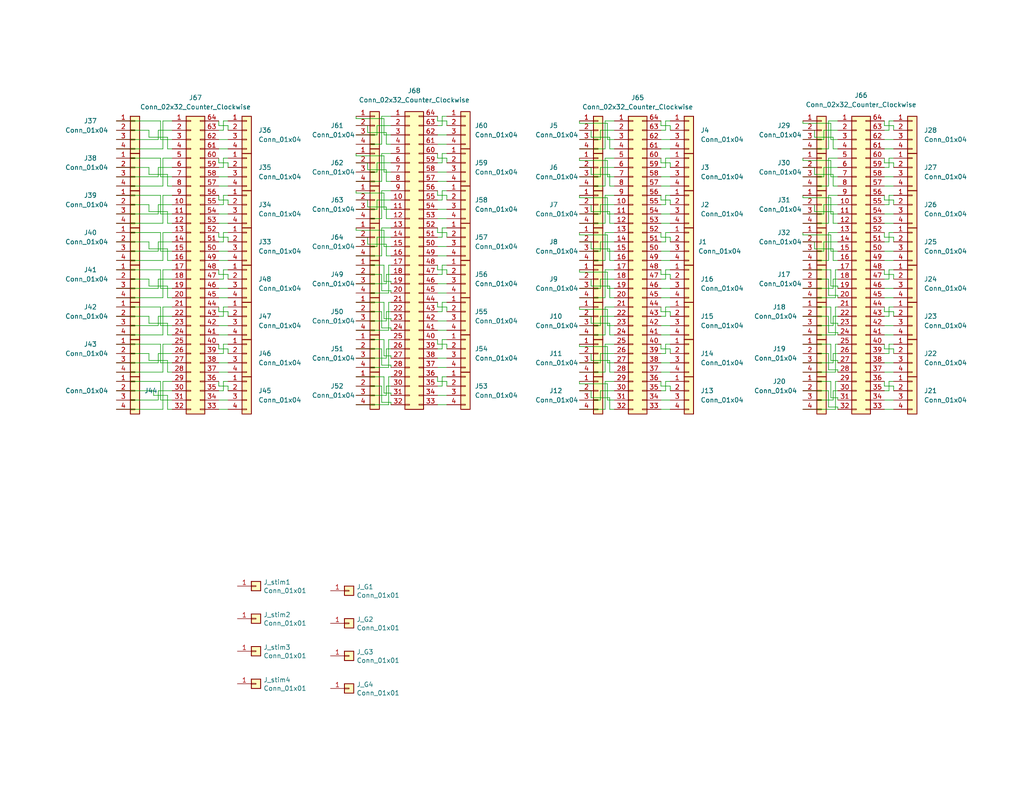
<source format=kicad_sch>
(kicad_sch (version 20230121) (generator eeschema)
  (paper "USLetter")
  (title_block (title "MEAboard_v1"))
  (wire (pts (xy 158.115 43.815) (xy 158.115 43.18)))
  (wire (pts (xy 104.775 97.155) (xy 106.68 97.155)))
  (wire (pts (xy 40.64 88.265) (xy 45.72 88.265)))
  (wire (pts (xy 158.115 86.36) (xy 161.29 86.36)))
  (wire (pts (xy 163.83 99.06) (xy 163.83 96.52)))
  (wire (pts (xy 43.18 35.56) (xy 46.99 35.56)))
  (wire (pts (xy 44.45 43.18) (xy 46.99 43.18)))
  (wire (pts (xy 227.33 60.96) (xy 228.6 60.96)))
  (wire (pts (xy 104.775 36.83) (xy 104.775 32.385)))
  (wire (pts (xy 243.84 74.93) (xy 243.84 76.2)))
  (wire (pts (xy 119.38 83.82) (xy 121.92 83.82)))
  (wire (pts (xy 180.34 105.41) (xy 182.88 105.41)))
  (wire (pts (xy 222.25 35.56) (xy 222.25 37.465)))
  (wire (pts (xy 180.34 93.98) (xy 180.34 95.25)))
  (wire (pts (xy 45.72 60.96) (xy 46.99 60.96)))
  (wire (pts (xy 121.92 73.66) (xy 121.92 74.93)))
  (wire (pts (xy 59.69 111.76) (xy 62.23 111.76)))
  (wire (pts (xy 180.34 68.58) (xy 182.88 68.58)))
  (wire (pts (xy 106.045 80.01) (xy 106.045 72.39)))
  (wire (pts (xy 226.06 33.02) (xy 228.6 33.02)))
  (wire (pts (xy 219.075 96.52) (xy 226.06 96.52)))
  (wire (pts (xy 226.695 53.975) (xy 219.075 53.975)))
  (wire (pts (xy 105.41 97.79) (xy 105.41 95.25)))
  (wire (pts (xy 219.075 109.22) (xy 227.33 109.22)))
  (wire (pts (xy 59.69 81.28) (xy 62.23 81.28)))
  (wire (pts (xy 219.075 43.815) (xy 219.075 43.18)))
  (wire (pts (xy 165.1 63.5) (xy 167.64 63.5)))
  (wire (pts (xy 104.14 79.375) (xy 106.68 79.375)))
  (wire (pts (xy 181.61 73.66) (xy 181.61 76.2)))
  (wire (pts (xy 46.99 58.42) (xy 43.815 58.42)))
  (wire (pts (xy 62.23 73.66) (xy 60.96 73.66)))
  (wire (pts (xy 45.72 98.425) (xy 45.72 101.6)))
  (wire (pts (xy 46.99 88.9) (xy 43.815 88.9)))
  (wire (pts (xy 97.155 72.39) (xy 104.775 72.39)))
  (wire (pts (xy 97.155 57.15) (xy 102.87 57.15)))
  (wire (pts (xy 165.1 33.02) (xy 167.64 33.02)))
  (wire (pts (xy 226.06 100.965) (xy 228.6 100.965)))
  (wire (pts (xy 219.075 81.28) (xy 227.965 81.28)))
  (wire (pts (xy 163.83 45.72) (xy 167.64 45.72)))
  (wire (pts (xy 166.37 40.64) (xy 167.64 40.64)))
  (wire (pts (xy 224.79 48.26) (xy 224.79 45.72)))
  (wire (pts (xy 97.155 95.25) (xy 104.14 95.25)))
  (wire (pts (xy 62.23 105.41) (xy 62.23 106.68)))
  (wire (pts (xy 43.18 68.58) (xy 43.18 66.04)))
  (wire (pts (xy 102.87 54.61) (xy 106.68 54.61)))
  (wire (pts (xy 158.115 53.975) (xy 158.115 53.34)))
  (wire (pts (xy 62.23 85.09) (xy 62.23 86.36)))
  (wire (pts (xy 219.075 78.74) (xy 227.33 78.74)))
  (wire (pts (xy 219.075 66.04) (xy 222.25 66.04)))
  (wire (pts (xy 241.3 91.44) (xy 243.84 91.44)))
  (wire (pts (xy 161.29 96.52) (xy 161.29 98.425)))
  (wire (pts (xy 219.075 83.82) (xy 226.695 83.82)))
  (wire (pts (xy 180.34 71.12) (xy 182.88 71.12)))
  (wire (pts (xy 228.6 78.105) (xy 228.6 78.74)))
  (wire (pts (xy 165.735 64.135) (xy 158.115 64.135)))
  (wire (pts (xy 121.92 43.18) (xy 121.92 44.45)))
  (wire (pts (xy 120.65 41.91) (xy 120.65 44.45)))
  (wire (pts (xy 60.96 66.04) (xy 59.69 66.04)))
  (wire (pts (xy 43.815 104.14) (xy 31.75 104.14)))
  (wire (pts (xy 59.69 54.61) (xy 62.23 54.61)))
  (wire (pts (xy 166.37 101.6) (xy 167.64 101.6)))
  (wire (pts (xy 182.88 74.93) (xy 182.88 76.2)))
  (wire (pts (xy 106.68 99.695) (xy 106.68 100.33)))
  (wire (pts (xy 60.96 63.5) (xy 60.96 66.04)))
  (wire (pts (xy 165.735 68.58) (xy 165.735 64.135)))
  (wire (pts (xy 60.96 35.56) (xy 59.69 35.56)))
  (wire (pts (xy 241.3 60.96) (xy 243.84 60.96)))
  (wire (pts (xy 43.18 109.22) (xy 43.18 106.68)))
  (wire (pts (xy 161.29 106.68) (xy 161.29 108.585)))
  (wire (pts (xy 165.735 48.26) (xy 165.735 43.815)))
  (wire (pts (xy 60.96 93.98) (xy 60.96 96.52)))
  (wire (pts (xy 227.33 78.74) (xy 227.33 76.2)))
  (wire (pts (xy 226.695 108.585) (xy 228.6 108.585)))
  (wire (pts (xy 226.695 88.265) (xy 228.6 88.265)))
  (wire (pts (xy 60.96 33.02) (xy 60.96 35.56)))
  (wire (pts (xy 45.72 37.465) (xy 45.72 40.64)))
  (wire (pts (xy 182.88 64.77) (xy 182.88 66.04)))
  (wire (pts (xy 100.33 54.61) (xy 100.33 56.515)))
  (wire (pts (xy 166.37 67.945) (xy 166.37 71.12)))
  (wire (pts (xy 227.33 40.64) (xy 228.6 40.64)))
  (wire (pts (xy 119.38 39.37) (xy 121.92 39.37)))
  (wire (pts (xy 97.155 80.01) (xy 106.045 80.01)))
  (wire (pts (xy 228.6 90.805) (xy 228.6 91.44)))
  (wire (pts (xy 59.69 104.14) (xy 59.69 105.41)))
  (wire (pts (xy 31.75 101.6) (xy 44.45 101.6)))
  (wire (pts (xy 241.3 64.77) (xy 243.84 64.77)))
  (wire (pts (xy 241.3 93.98) (xy 241.3 95.25)))
  (wire (pts (xy 59.69 88.9) (xy 62.23 88.9)))
  (wire (pts (xy 158.115 78.74) (xy 163.83 78.74)))
  (wire (pts (xy 180.34 95.25) (xy 182.88 95.25)))
  (wire (pts (xy 100.33 64.77) (xy 100.33 66.675)))
  (wire (pts (xy 241.3 83.82) (xy 241.3 85.09)))
  (wire (pts (xy 180.34 58.42) (xy 182.88 58.42)))
  (wire (pts (xy 158.115 40.64) (xy 165.1 40.64)))
  (wire (pts (xy 219.075 106.68) (xy 226.06 106.68)))
  (wire (pts (xy 105.41 77.47) (xy 105.41 74.93)))
  (wire (pts (xy 219.075 35.56) (xy 222.25 35.56)))
  (wire (pts (xy 106.68 97.155) (xy 106.68 97.79)))
  (wire (pts (xy 158.115 66.04) (xy 161.29 66.04)))
  (wire (pts (xy 31.75 109.22) (xy 43.18 109.22)))
  (wire (pts (xy 158.115 68.58) (xy 163.83 68.58)))
  (wire (pts (xy 241.3 99.06) (xy 243.84 99.06)))
  (wire (pts (xy 40.64 45.72) (xy 40.64 47.625)))
  (wire (pts (xy 105.41 105.41) (xy 106.68 105.41)))
  (wire (pts (xy 31.75 106.68) (xy 41.91 106.68)))
  (wire (pts (xy 119.38 46.99) (xy 121.92 46.99)))
  (wire (pts (xy 163.83 78.74) (xy 163.83 76.2)))
  (wire (pts (xy 242.57 76.2) (xy 241.3 76.2)))
  (wire (pts (xy 104.775 52.705) (xy 97.155 52.705)))
  (wire (pts (xy 224.79 58.42) (xy 224.79 55.88)))
  (wire (pts (xy 161.29 88.265) (xy 166.37 88.265)))
  (wire (pts (xy 44.45 63.5) (xy 46.99 63.5)))
  (wire (pts (xy 97.155 44.45) (xy 100.33 44.45)))
  (wire (pts (xy 119.38 80.01) (xy 121.92 80.01)))
  (wire (pts (xy 241.3 81.28) (xy 243.84 81.28)))
  (wire (pts (xy 120.65 82.55) (xy 120.65 85.09)))
  (wire (pts (xy 182.88 95.25) (xy 182.88 96.52)))
  (wire (pts (xy 102.87 46.99) (xy 102.87 44.45)))
  (wire (pts (xy 121.92 62.23) (xy 120.65 62.23)))
  (wire (pts (xy 242.57 35.56) (xy 241.3 35.56)))
  (wire (pts (xy 104.775 46.99) (xy 104.775 42.545)))
  (wire (pts (xy 43.18 88.9) (xy 43.18 86.36)))
  (wire (pts (xy 119.38 87.63) (xy 121.92 87.63)))
  (wire (pts (xy 243.84 64.77) (xy 243.84 66.04)))
  (wire (pts (xy 182.88 63.5) (xy 181.61 63.5)))
  (wire (pts (xy 222.25 37.465) (xy 227.33 37.465)))
  (wire (pts (xy 180.34 40.64) (xy 182.88 40.64)))
  (wire (pts (xy 59.69 60.96) (xy 62.23 60.96)))
  (wire (pts (xy 227.33 88.9) (xy 227.33 86.36)))
  (wire (pts (xy 97.155 46.99) (xy 102.87 46.99)))
  (wire (pts (xy 161.29 67.945) (xy 166.37 67.945)))
  (wire (pts (xy 158.115 55.88) (xy 161.29 55.88)))
  (wire (pts (xy 59.69 43.18) (xy 59.69 44.45)))
  (wire (pts (xy 163.83 35.56) (xy 167.64 35.56)))
  (wire (pts (xy 97.155 85.09) (xy 104.14 85.09)))
  (wire (pts (xy 40.64 78.105) (xy 45.72 78.105)))
  (wire (pts (xy 119.38 93.98) (xy 121.92 93.98)))
  (wire (pts (xy 227.33 47.625) (xy 227.33 50.8)))
  (wire (pts (xy 104.14 99.695) (xy 106.68 99.695)))
  (wire (pts (xy 121.92 104.14) (xy 121.92 105.41)))
  (wire (pts (xy 243.84 95.25) (xy 243.84 96.52)))
  (wire (pts (xy 119.38 59.69) (xy 121.92 59.69)))
  (wire (pts (xy 44.45 53.34) (xy 46.99 53.34)))
  (wire (pts (xy 43.18 78.74) (xy 43.18 76.2)))
  (wire (pts (xy 243.84 63.5) (xy 242.57 63.5)))
  (wire (pts (xy 45.72 71.12) (xy 46.99 71.12)))
  (wire (pts (xy 243.84 105.41) (xy 243.84 106.68)))
  (wire (pts (xy 31.75 55.88) (xy 40.64 55.88)))
  (wire (pts (xy 119.38 41.91) (xy 119.38 43.18)))
  (wire (pts (xy 45.72 88.265) (xy 45.72 91.44)))
  (wire (pts (xy 97.155 87.63) (xy 105.41 87.63)))
  (wire (pts (xy 106.68 109.855) (xy 106.68 110.49)))
  (wire (pts (xy 180.34 111.76) (xy 182.88 111.76)))
  (wire (pts (xy 31.75 60.96) (xy 44.45 60.96)))
  (wire (pts (xy 59.69 101.6) (xy 62.23 101.6)))
  (wire (pts (xy 181.61 76.2) (xy 180.34 76.2)))
  (wire (pts (xy 45.72 47.625) (xy 45.72 50.8)))
  (wire (pts (xy 104.14 62.23) (xy 106.68 62.23)))
  (wire (pts (xy 219.075 55.88) (xy 222.25 55.88)))
  (wire (pts (xy 242.57 106.68) (xy 241.3 106.68)))
  (wire (pts (xy 158.115 76.2) (xy 161.29 76.2)))
  (wire (pts (xy 44.45 81.28) (xy 44.45 73.66)))
  (wire (pts (xy 241.3 68.58) (xy 243.84 68.58)))
  (wire (pts (xy 158.115 60.96) (xy 165.1 60.96)))
  (wire (pts (xy 180.34 60.96) (xy 182.88 60.96)))
  (wire (pts (xy 44.45 40.64) (xy 44.45 33.02)))
  (wire (pts (xy 180.34 34.29) (xy 182.88 34.29)))
  (wire (pts (xy 226.06 43.18) (xy 228.6 43.18)))
  (wire (pts (xy 40.64 76.2) (xy 40.64 78.105)))
  (wire (pts (xy 104.14 74.93) (xy 104.14 79.375)))
  (wire (pts (xy 106.045 72.39) (xy 106.68 72.39)))
  (wire (pts (xy 106.68 79.375) (xy 106.68 80.01)))
  (wire (pts (xy 180.34 43.18) (xy 180.34 44.45)))
  (wire (pts (xy 43.815 68.58) (xy 43.815 63.5)))
  (wire (pts (xy 226.695 68.58) (xy 226.695 64.135)))
  (wire (pts (xy 243.84 73.66) (xy 242.57 73.66)))
  (wire (pts (xy 62.23 64.77) (xy 62.23 66.04)))
  (wire (pts (xy 59.69 95.25) (xy 62.23 95.25)))
  (wire (pts (xy 180.34 44.45) (xy 182.88 44.45)))
  (wire (pts (xy 97.155 34.29) (xy 100.33 34.29)))
  (wire (pts (xy 226.06 71.12) (xy 226.06 63.5)))
  (wire (pts (xy 158.115 106.68) (xy 161.29 106.68)))
  (wire (pts (xy 40.64 47.625) (xy 45.72 47.625)))
  (wire (pts (xy 219.075 48.26) (xy 224.79 48.26)))
  (wire (pts (xy 44.45 93.98) (xy 46.99 93.98)))
  (wire (pts (xy 31.75 86.36) (xy 40.64 86.36)))
  (wire (pts (xy 105.41 107.95) (xy 105.41 105.41)))
  (wire (pts (xy 104.14 49.53) (xy 104.14 41.91)))
  (wire (pts (xy 181.61 53.34) (xy 181.61 55.88)))
  (wire (pts (xy 226.06 40.64) (xy 226.06 33.02)))
  (wire (pts (xy 104.14 95.25) (xy 104.14 99.695)))
  (wire (pts (xy 43.815 83.82) (xy 31.75 83.82)))
  (wire (pts (xy 166.37 57.785) (xy 166.37 60.96)))
  (wire (pts (xy 241.3 44.45) (xy 243.84 44.45)))
  (wire (pts (xy 227.33 109.22) (xy 227.33 106.68)))
  (wire (pts (xy 120.65 72.39) (xy 120.65 74.93)))
  (wire (pts (xy 180.34 38.1) (xy 182.88 38.1)))
  (wire (pts (xy 119.38 43.18) (xy 121.92 43.18)))
  (wire (pts (xy 119.38 77.47) (xy 121.92 77.47)))
  (wire (pts (xy 226.695 58.42) (xy 226.695 53.975)))
  (wire (pts (xy 241.3 104.14) (xy 241.3 105.41)))
  (wire (pts (xy 161.29 98.425) (xy 166.37 98.425)))
  (wire (pts (xy 165.735 33.655) (xy 158.115 33.655)))
  (wire (pts (xy 228.6 108.585) (xy 228.6 109.22)))
  (wire (pts (xy 43.815 88.9) (xy 43.815 83.82)))
  (wire (pts (xy 228.6 58.42) (xy 226.695 58.42)))
  (wire (pts (xy 31.75 111.76) (xy 44.45 111.76)))
  (wire (pts (xy 59.69 109.22) (xy 62.23 109.22)))
  (wire (pts (xy 102.87 44.45) (xy 106.68 44.45)))
  (wire (pts (xy 165.1 83.82) (xy 167.64 83.82)))
  (wire (pts (xy 106.68 57.15) (xy 104.775 57.15)))
  (wire (pts (xy 44.45 83.82) (xy 46.99 83.82)))
  (wire (pts (xy 119.38 49.53) (xy 121.92 49.53)))
  (wire (pts (xy 165.735 109.22) (xy 165.735 104.775)))
  (wire (pts (xy 226.06 63.5) (xy 228.6 63.5)))
  (wire (pts (xy 241.3 95.25) (xy 243.84 95.25)))
  (wire (pts (xy 44.45 111.76) (xy 44.45 104.14)))
  (wire (pts (xy 226.06 90.805) (xy 228.6 90.805)))
  (wire (pts (xy 158.115 71.12) (xy 165.1 71.12)))
  (wire (pts (xy 97.155 102.87) (xy 104.775 102.87)))
  (wire (pts (xy 102.87 67.31) (xy 102.87 64.77)))
  (wire (pts (xy 45.72 78.105) (xy 45.72 81.28)))
  (wire (pts (xy 243.84 43.18) (xy 242.57 43.18)))
  (wire (pts (xy 60.96 76.2) (xy 59.69 76.2)))
  (wire (pts (xy 163.83 96.52) (xy 167.64 96.52)))
  (wire (pts (xy 227.965 101.6) (xy 227.965 93.98)))
  (wire (pts (xy 120.65 52.07) (xy 120.65 54.61)))
  (wire (pts (xy 219.075 38.1) (xy 224.79 38.1)))
  (wire (pts (xy 165.735 74.295) (xy 158.115 74.295)))
  (wire (pts (xy 181.61 33.02) (xy 181.61 35.56)))
  (wire (pts (xy 163.83 58.42) (xy 163.83 55.88)))
  (wire (pts (xy 60.96 83.82) (xy 60.96 86.36)))
  (wire (pts (xy 45.72 50.8) (xy 46.99 50.8)))
  (wire (pts (xy 97.155 67.31) (xy 102.87 67.31)))
  (wire (pts (xy 181.61 66.04) (xy 180.34 66.04)))
  (wire (pts (xy 120.65 85.09) (xy 119.38 85.09)))
  (wire (pts (xy 242.57 93.98) (xy 242.57 96.52)))
  (wire (pts (xy 106.045 102.87) (xy 106.68 102.87)))
  (wire (pts (xy 43.18 38.1) (xy 43.18 35.56)))
  (wire (pts (xy 161.29 57.785) (xy 166.37 57.785)))
  (wire (pts (xy 59.69 34.29) (xy 62.23 34.29)))
  (wire (pts (xy 105.41 59.69) (xy 106.68 59.69)))
  (wire (pts (xy 158.115 35.56) (xy 161.29 35.56)))
  (wire (pts (xy 165.1 93.98) (xy 167.64 93.98)))
  (wire (pts (xy 40.64 35.56) (xy 40.64 37.465)))
  (wire (pts (xy 31.75 58.42) (xy 43.18 58.42)))
  (wire (pts (xy 228.6 38.1) (xy 226.695 38.1)))
  (wire (pts (xy 46.99 109.22) (xy 43.815 109.22)))
  (wire (pts (xy 227.965 111.76) (xy 227.965 104.14)))
  (wire (pts (xy 227.33 71.12) (xy 228.6 71.12)))
  (wire (pts (xy 226.06 80.645) (xy 228.6 80.645)))
  (wire (pts (xy 224.79 66.04) (xy 228.6 66.04)))
  (wire (pts (xy 180.34 91.44) (xy 182.88 91.44)))
  (wire (pts (xy 97.155 69.85) (xy 104.14 69.85)))
  (wire (pts (xy 44.45 60.96) (xy 44.45 53.34)))
  (wire (pts (xy 161.29 86.36) (xy 161.29 88.265)))
  (wire (pts (xy 43.18 58.42) (xy 43.18 55.88)))
  (wire (pts (xy 158.115 88.9) (xy 163.83 88.9)))
  (wire (pts (xy 241.3 34.29) (xy 243.84 34.29)))
  (wire (pts (xy 182.88 34.29) (xy 182.88 35.56)))
  (wire (pts (xy 97.155 107.95) (xy 105.41 107.95)))
  (wire (pts (xy 97.155 64.77) (xy 100.33 64.77)))
  (wire (pts (xy 104.775 76.835) (xy 106.68 76.835)))
  (wire (pts (xy 106.68 86.995) (xy 106.68 87.63)))
  (wire (pts (xy 31.75 71.12) (xy 44.45 71.12)))
  (wire (pts (xy 59.69 91.44) (xy 62.23 91.44)))
  (wire (pts (xy 43.815 99.06) (xy 43.815 93.98)))
  (wire (pts (xy 222.25 55.88) (xy 222.25 57.785)))
  (wire (pts (xy 165.1 53.34) (xy 167.64 53.34)))
  (wire (pts (xy 180.34 78.74) (xy 182.88 78.74)))
  (wire (pts (xy 227.33 76.2) (xy 228.6 76.2)))
  (wire (pts (xy 181.61 63.5) (xy 181.61 66.04)))
  (wire (pts (xy 158.115 104.775) (xy 158.115 104.14)))
  (wire (pts (xy 106.68 107.315) (xy 106.68 107.95)))
  (wire (pts (xy 226.695 98.425) (xy 228.6 98.425)))
  (wire (pts (xy 167.64 109.22) (xy 165.735 109.22)))
  (wire (pts (xy 180.34 50.8) (xy 182.88 50.8)))
  (wire (pts (xy 59.69 83.82) (xy 59.69 85.09)))
  (wire (pts (xy 243.84 53.34) (xy 242.57 53.34)))
  (wire (pts (xy 105.41 69.85) (xy 106.68 69.85)))
  (wire (pts (xy 44.45 104.14) (xy 46.99 104.14)))
  (wire (pts (xy 226.695 33.655) (xy 219.075 33.655)))
  (wire (pts (xy 181.61 93.98) (xy 181.61 96.52)))
  (wire (pts (xy 227.965 73.66) (xy 228.6 73.66)))
  (wire (pts (xy 241.3 111.76) (xy 243.84 111.76)))
  (wire (pts (xy 121.92 53.34) (xy 121.92 54.61)))
  (wire (pts (xy 158.115 101.6) (xy 165.1 101.6)))
  (wire (pts (xy 120.65 62.23) (xy 120.65 64.77)))
  (wire (pts (xy 167.64 78.74) (xy 165.735 78.74)))
  (wire (pts (xy 43.18 96.52) (xy 46.99 96.52)))
  (wire (pts (xy 104.775 57.15) (xy 104.775 52.705)))
  (wire (pts (xy 219.075 45.72) (xy 222.25 45.72)))
  (wire (pts (xy 43.815 43.18) (xy 31.75 43.18)))
  (wire (pts (xy 119.38 102.87) (xy 119.38 104.14)))
  (wire (pts (xy 59.69 64.77) (xy 62.23 64.77)))
  (wire (pts (xy 165.1 60.96) (xy 165.1 53.34)))
  (wire (pts (xy 165.735 53.975) (xy 158.115 53.975)))
  (wire (pts (xy 97.155 42.545) (xy 97.155 41.91)))
  (wire (pts (xy 31.75 38.1) (xy 43.18 38.1)))
  (wire (pts (xy 227.33 57.785) (xy 227.33 60.96)))
  (wire (pts (xy 226.695 104.14) (xy 226.695 108.585)))
  (wire (pts (xy 182.88 83.82) (xy 181.61 83.82)))
  (wire (pts (xy 242.57 83.82) (xy 242.57 86.36)))
  (wire (pts (xy 167.64 88.9) (xy 165.735 88.9)))
  (wire (pts (xy 62.23 44.45) (xy 62.23 45.72)))
  (wire (pts (xy 241.3 48.26) (xy 243.84 48.26)))
  (wire (pts (xy 158.115 50.8) (xy 165.1 50.8)))
  (wire (pts (xy 119.38 63.5) (xy 121.92 63.5)))
  (wire (pts (xy 104.14 89.535) (xy 106.68 89.535)))
  (wire (pts (xy 165.1 101.6) (xy 165.1 93.98)))
  (wire (pts (xy 43.815 109.22) (xy 43.815 104.14)))
  (wire (pts (xy 105.41 95.25) (xy 106.68 95.25)))
  (wire (pts (xy 227.33 86.36) (xy 228.6 86.36)))
  (wire (pts (xy 46.99 38.1) (xy 43.815 38.1)))
  (wire (pts (xy 45.72 111.76) (xy 46.99 111.76)))
  (wire (pts (xy 219.075 104.14) (xy 226.695 104.14)))
  (wire (pts (xy 62.23 34.29) (xy 62.23 35.56)))
  (wire (pts (xy 241.3 105.41) (xy 243.84 105.41)))
  (wire (pts (xy 31.75 50.8) (xy 44.45 50.8)))
  (wire (pts (xy 40.64 98.425) (xy 45.72 98.425)))
  (wire (pts (xy 222.25 67.945) (xy 227.33 67.945)))
  (wire (pts (xy 165.735 84.455) (xy 158.115 84.455)))
  (wire (pts (xy 227.965 91.44) (xy 227.965 83.82)))
  (wire (pts (xy 241.3 53.34) (xy 241.3 54.61)))
  (wire (pts (xy 106.045 82.55) (xy 106.68 82.55)))
  (wire (pts (xy 59.69 33.02) (xy 59.69 34.29)))
  (wire (pts (xy 62.23 43.18) (xy 60.96 43.18)))
  (wire (pts (xy 119.38 67.31) (xy 121.92 67.31)))
  (wire (pts (xy 166.37 50.8) (xy 167.64 50.8)))
  (wire (pts (xy 97.155 52.705) (xy 97.155 52.07)))
  (wire (pts (xy 119.38 62.23) (xy 119.38 63.5)))
  (wire (pts (xy 228.6 100.965) (xy 228.6 101.6)))
  (wire (pts (xy 224.79 55.88) (xy 228.6 55.88)))
  (wire (pts (xy 219.075 93.98) (xy 226.695 93.98)))
  (wire (pts (xy 31.75 68.58) (xy 43.18 68.58)))
  (wire (pts (xy 165.1 71.12) (xy 165.1 63.5)))
  (wire (pts (xy 44.45 73.66) (xy 46.99 73.66)))
  (wire (pts (xy 241.3 85.09) (xy 243.84 85.09)))
  (wire (pts (xy 182.88 53.34) (xy 181.61 53.34)))
  (wire (pts (xy 46.99 78.74) (xy 43.815 78.74)))
  (wire (pts (xy 104.14 105.41) (xy 104.14 109.855)))
  (wire (pts (xy 161.29 35.56) (xy 161.29 37.465)))
  (wire (pts (xy 100.33 34.29) (xy 100.33 36.195)))
  (wire (pts (xy 31.75 76.2) (xy 40.64 76.2)))
  (wire (pts (xy 31.75 96.52) (xy 40.64 96.52)))
  (wire (pts (xy 104.775 107.315) (xy 106.68 107.315)))
  (wire (pts (xy 105.41 49.53) (xy 106.68 49.53)))
  (wire (pts (xy 242.57 96.52) (xy 241.3 96.52)))
  (wire (pts (xy 102.87 57.15) (xy 102.87 54.61)))
  (wire (pts (xy 40.64 37.465) (xy 45.72 37.465)))
  (wire (pts (xy 62.23 93.98) (xy 60.96 93.98)))
  (wire (pts (xy 161.29 37.465) (xy 166.37 37.465)))
  (wire (pts (xy 241.3 54.61) (xy 243.84 54.61)))
  (wire (pts (xy 100.33 44.45) (xy 100.33 46.355)))
  (wire (pts (xy 120.65 74.93) (xy 119.38 74.93)))
  (wire (pts (xy 163.83 76.2) (xy 167.64 76.2)))
  (wire (pts (xy 120.65 105.41) (xy 119.38 105.41)))
  (wire (pts (xy 163.83 68.58) (xy 163.83 66.04)))
  (wire (pts (xy 45.72 40.64) (xy 46.99 40.64)))
  (wire (pts (xy 106.68 76.835) (xy 106.68 77.47)))
  (wire (pts (xy 180.34 64.77) (xy 182.88 64.77)))
  (wire (pts (xy 121.92 41.91) (xy 120.65 41.91)))
  (wire (pts (xy 166.37 91.44) (xy 167.64 91.44)))
  (wire (pts (xy 158.115 94.615) (xy 158.115 93.98)))
  (wire (pts (xy 105.41 85.09) (xy 106.68 85.09)))
  (wire (pts (xy 180.34 101.6) (xy 182.88 101.6)))
  (wire (pts (xy 46.99 99.06) (xy 43.815 99.06)))
  (wire (pts (xy 226.695 78.105) (xy 228.6 78.105)))
  (wire (pts (xy 165.735 88.9) (xy 165.735 84.455)))
  (wire (pts (xy 224.79 35.56) (xy 228.6 35.56)))
  (wire (pts (xy 97.155 90.17) (xy 106.045 90.17)))
  (wire (pts (xy 242.57 33.02) (xy 242.57 35.56)))
  (wire (pts (xy 105.41 74.93) (xy 106.68 74.93)))
  (wire (pts (xy 62.23 83.82) (xy 60.96 83.82)))
  (wire (pts (xy 163.83 88.9) (xy 163.83 86.36)))
  (wire (pts (xy 119.38 36.83) (xy 121.92 36.83)))
  (wire (pts (xy 243.84 104.14) (xy 242.57 104.14)))
  (wire (pts (xy 180.34 63.5) (xy 180.34 64.77)))
  (wire (pts (xy 242.57 73.66) (xy 242.57 76.2)))
  (wire (pts (xy 181.61 43.18) (xy 181.61 45.72)))
  (wire (pts (xy 120.65 31.75) (xy 120.65 34.29)))
  (wire (pts (xy 119.38 82.55) (xy 119.38 83.82)))
  (wire (pts (xy 219.075 73.66) (xy 226.695 73.66)))
  (wire (pts (xy 97.155 32.385) (xy 97.155 31.75)))
  (wire (pts (xy 219.075 71.12) (xy 226.06 71.12)))
  (wire (pts (xy 46.99 68.58) (xy 43.815 68.58)))
  (wire (pts (xy 165.1 43.18) (xy 167.64 43.18)))
  (wire (pts (xy 182.88 43.18) (xy 181.61 43.18)))
  (wire (pts (xy 97.155 100.33) (xy 106.045 100.33)))
  (wire (pts (xy 242.57 66.04) (xy 241.3 66.04)))
  (wire (pts (xy 241.3 109.22) (xy 243.84 109.22)))
  (wire (pts (xy 59.69 85.09) (xy 62.23 85.09)))
  (wire (pts (xy 226.06 76.2) (xy 226.06 80.645)))
  (wire (pts (xy 161.29 66.04) (xy 161.29 67.945)))
  (wire (pts (xy 182.88 73.66) (xy 181.61 73.66)))
  (wire (pts (xy 120.65 102.87) (xy 120.65 105.41)))
  (wire (pts (xy 243.84 33.02) (xy 242.57 33.02)))
  (wire (pts (xy 121.92 93.98) (xy 121.92 95.25)))
  (wire (pts (xy 226.695 43.815) (xy 219.075 43.815)))
  (wire (pts (xy 243.84 44.45) (xy 243.84 45.72)))
  (wire (pts (xy 97.155 54.61) (xy 100.33 54.61)))
  (wire (pts (xy 106.045 100.33) (xy 106.045 92.71)))
  (wire (pts (xy 166.37 78.105) (xy 166.37 81.28)))
  (wire (pts (xy 43.18 76.2) (xy 46.99 76.2)))
  (wire (pts (xy 241.3 101.6) (xy 243.84 101.6)))
  (wire (pts (xy 60.96 53.34) (xy 60.96 55.88)))
  (wire (pts (xy 241.3 38.1) (xy 243.84 38.1)))
  (wire (pts (xy 106.68 67.31) (xy 104.775 67.31)))
  (wire (pts (xy 106.68 89.535) (xy 106.68 90.17)))
  (wire (pts (xy 222.25 47.625) (xy 227.33 47.625)))
  (wire (pts (xy 104.775 62.865) (xy 97.155 62.865)))
  (wire (pts (xy 180.34 83.82) (xy 180.34 85.09)))
  (wire (pts (xy 119.38 90.17) (xy 121.92 90.17)))
  (wire (pts (xy 161.29 55.88) (xy 161.29 57.785)))
  (wire (pts (xy 241.3 74.93) (xy 243.84 74.93)))
  (wire (pts (xy 59.69 50.8) (xy 62.23 50.8)))
  (wire (pts (xy 45.72 81.28) (xy 46.99 81.28)))
  (wire (pts (xy 59.69 105.41) (xy 62.23 105.41)))
  (wire (pts (xy 219.075 50.8) (xy 226.06 50.8)))
  (wire (pts (xy 158.115 38.1) (xy 163.83 38.1)))
  (wire (pts (xy 97.155 36.83) (xy 102.87 36.83)))
  (wire (pts (xy 167.64 38.1) (xy 165.735 38.1)))
  (wire (pts (xy 219.075 68.58) (xy 224.79 68.58)))
  (wire (pts (xy 219.075 53.975) (xy 219.075 53.34)))
  (wire (pts (xy 97.155 39.37) (xy 104.14 39.37)))
  (wire (pts (xy 158.115 45.72) (xy 161.29 45.72)))
  (wire (pts (xy 60.96 43.18) (xy 60.96 45.72)))
  (wire (pts (xy 219.075 99.06) (xy 227.33 99.06)))
  (wire (pts (xy 97.155 77.47) (xy 105.41 77.47)))
  (wire (pts (xy 45.72 107.95) (xy 45.72 111.76)))
  (wire (pts (xy 219.075 91.44) (xy 227.965 91.44)))
  (wire (pts (xy 226.06 96.52) (xy 226.06 100.965)))
  (wire (pts (xy 119.38 104.14) (xy 121.92 104.14)))
  (wire (pts (xy 121.92 72.39) (xy 120.65 72.39)))
  (wire (pts (xy 227.965 93.98) (xy 228.6 93.98)))
  (wire (pts (xy 60.96 73.66) (xy 60.96 76.2)))
  (wire (pts (xy 222.25 57.785) (xy 227.33 57.785)))
  (wire (pts (xy 43.815 48.26) (xy 43.815 43.18)))
  (wire (pts (xy 120.65 95.25) (xy 119.38 95.25)))
  (wire (pts (xy 60.96 86.36) (xy 59.69 86.36)))
  (wire (pts (xy 97.155 82.55) (xy 104.775 82.55)))
  (wire (pts (xy 59.69 53.34) (xy 59.69 54.61)))
  (wire (pts (xy 44.45 33.02) (xy 46.99 33.02)))
  (wire (pts (xy 226.695 83.82) (xy 226.695 88.265)))
  (wire (pts (xy 105.41 87.63) (xy 105.41 85.09)))
  (wire (pts (xy 120.65 54.61) (xy 119.38 54.61)))
  (wire (pts (xy 158.115 96.52) (xy 161.29 96.52)))
  (wire (pts (xy 181.61 86.36) (xy 180.34 86.36)))
  (wire (pts (xy 181.61 45.72) (xy 180.34 45.72)))
  (wire (pts (xy 182.88 93.98) (xy 181.61 93.98)))
  (wire (pts (xy 43.18 99.06) (xy 43.18 96.52)))
  (wire (pts (xy 120.65 44.45) (xy 119.38 44.45)))
  (wire (pts (xy 163.83 109.22) (xy 163.83 106.68)))
  (wire (pts (xy 119.38 100.33) (xy 121.92 100.33)))
  (wire (pts (xy 182.88 54.61) (xy 182.88 55.88)))
  (wire (pts (xy 166.37 88.265) (xy 166.37 91.44)))
  (wire (pts (xy 104.775 102.87) (xy 104.775 107.315)))
  (wire (pts (xy 165.735 104.775) (xy 158.115 104.775)))
  (wire (pts (xy 161.29 76.2) (xy 161.29 78.105)))
  (wire (pts (xy 158.115 84.455) (xy 158.115 83.82)))
  (wire (pts (xy 97.155 105.41) (xy 104.14 105.41)))
  (wire (pts (xy 59.69 40.64) (xy 62.23 40.64)))
  (wire (pts (xy 97.155 49.53) (xy 104.14 49.53)))
  (wire (pts (xy 104.775 86.995) (xy 106.68 86.995)))
  (wire (pts (xy 119.38 92.71) (xy 119.38 93.98)))
  (wire (pts (xy 105.41 46.355) (xy 105.41 49.53)))
  (wire (pts (xy 97.155 59.69) (xy 104.14 59.69)))
  (wire (pts (xy 219.075 88.9) (xy 227.33 88.9)))
  (wire (pts (xy 59.69 71.12) (xy 62.23 71.12)))
  (wire (pts (xy 43.815 58.42) (xy 43.815 53.34)))
  (wire (pts (xy 121.92 33.02) (xy 121.92 34.29)))
  (wire (pts (xy 219.075 64.135) (xy 219.075 63.5)))
  (wire (pts (xy 62.23 74.93) (xy 62.23 76.2)))
  (wire (pts (xy 166.37 111.76) (xy 167.64 111.76)))
  (wire (pts (xy 45.72 67.945) (xy 45.72 71.12)))
  (wire (pts (xy 119.38 73.66) (xy 121.92 73.66)))
  (wire (pts (xy 219.075 86.36) (xy 226.06 86.36)))
  (wire (pts (xy 158.115 48.26) (xy 163.83 48.26)))
  (wire (pts (xy 241.3 43.18) (xy 241.3 44.45)))
  (wire (pts (xy 31.75 99.06) (xy 43.18 99.06)))
  (wire (pts (xy 97.155 62.865) (xy 97.155 62.23)))
  (wire (pts (xy 226.695 64.135) (xy 219.075 64.135)))
  (wire (pts (xy 43.815 33.02) (xy 31.75 33.02)))
  (wire (pts (xy 180.34 48.26) (xy 182.88 48.26)))
  (wire (pts (xy 60.96 45.72) (xy 59.69 45.72)))
  (wire (pts (xy 59.69 58.42) (xy 62.23 58.42)))
  (wire (pts (xy 106.68 46.99) (xy 104.775 46.99)))
  (wire (pts (xy 180.34 74.93) (xy 182.88 74.93)))
  (wire (pts (xy 161.29 47.625) (xy 166.37 47.625)))
  (wire (pts (xy 182.88 104.14) (xy 181.61 104.14)))
  (wire (pts (xy 59.69 68.58) (xy 62.23 68.58)))
  (wire (pts (xy 106.68 36.83) (xy 104.775 36.83)))
  (wire (pts (xy 180.34 33.02) (xy 180.34 34.29)))
  (wire (pts (xy 31.75 81.28) (xy 44.45 81.28)))
  (wire (pts (xy 121.92 52.07) (xy 120.65 52.07)))
  (wire (pts (xy 104.14 85.09) (xy 104.14 89.535)))
  (wire (pts (xy 166.37 60.96) (xy 167.64 60.96)))
  (wire (pts (xy 242.57 45.72) (xy 241.3 45.72)))
  (wire (pts (xy 62.23 95.25) (xy 62.23 96.52)))
  (wire (pts (xy 119.38 110.49) (xy 121.92 110.49)))
  (wire (pts (xy 62.23 33.02) (xy 60.96 33.02)))
  (wire (pts (xy 120.65 92.71) (xy 120.65 95.25)))
  (wire (pts (xy 43.18 86.36) (xy 46.99 86.36)))
  (wire (pts (xy 44.45 71.12) (xy 44.45 63.5)))
  (wire (pts (xy 166.37 71.12) (xy 167.64 71.12)))
  (wire (pts (xy 43.18 48.26) (xy 43.18 45.72)))
  (wire (pts (xy 165.735 78.74) (xy 165.735 74.295)))
  (wire (pts (xy 100.33 36.195) (xy 105.41 36.195)))
  (wire (pts (xy 59.69 78.74) (xy 62.23 78.74)))
  (wire (pts (xy 219.075 101.6) (xy 227.965 101.6)))
  (wire (pts (xy 163.83 48.26) (xy 163.83 45.72)))
  (wire (pts (xy 226.06 50.8) (xy 226.06 43.18)))
  (wire (pts (xy 226.06 86.36) (xy 226.06 90.805)))
  (wire (pts (xy 219.075 33.655) (xy 219.075 33.02)))
  (wire (pts (xy 59.69 48.26) (xy 62.23 48.26)))
  (wire (pts (xy 104.14 52.07) (xy 106.68 52.07)))
  (wire (pts (xy 106.045 92.71) (xy 106.68 92.71)))
  (wire (pts (xy 104.14 109.855) (xy 106.68 109.855)))
  (wire (pts (xy 104.775 67.31) (xy 104.775 62.865)))
  (wire (pts (xy 226.695 38.1) (xy 226.695 33.655)))
  (wire (pts (xy 226.695 93.98) (xy 226.695 98.425)))
  (wire (pts (xy 219.075 60.96) (xy 226.06 60.96)))
  (wire (pts (xy 165.1 73.66) (xy 167.64 73.66)))
  (wire (pts (xy 241.3 40.64) (xy 243.84 40.64)))
  (wire (pts (xy 43.815 93.98) (xy 31.75 93.98)))
  (wire (pts (xy 226.06 60.96) (xy 226.06 53.34)))
  (wire (pts (xy 241.3 88.9) (xy 243.84 88.9)))
  (wire (pts (xy 158.115 81.28) (xy 165.1 81.28)))
  (wire (pts (xy 163.83 38.1) (xy 163.83 35.56)))
  (wire (pts (xy 241.3 78.74) (xy 243.84 78.74)))
  (wire (pts (xy 158.115 111.76) (xy 165.1 111.76)))
  (wire (pts (xy 121.92 102.87) (xy 120.65 102.87)))
  (wire (pts (xy 105.41 56.515) (xy 105.41 59.69)))
  (wire (pts (xy 102.87 64.77) (xy 106.68 64.77)))
  (wire (pts (xy 102.87 36.83) (xy 102.87 34.29)))
  (wire (pts (xy 60.96 106.68) (xy 59.69 106.68)))
  (wire (pts (xy 59.69 63.5) (xy 59.69 64.77)))
  (wire (pts (xy 166.37 47.625) (xy 166.37 50.8)))
  (wire (pts (xy 97.155 74.93) (xy 104.14 74.93)))
  (wire (pts (xy 31.75 88.9) (xy 43.18 88.9)))
  (wire (pts (xy 59.69 44.45) (xy 62.23 44.45)))
  (wire (pts (xy 242.57 104.14) (xy 242.57 106.68)))
  (wire (pts (xy 227.965 104.14) (xy 228.6 104.14)))
  (wire (pts (xy 165.1 50.8) (xy 165.1 43.18)))
  (wire (pts (xy 158.115 64.135) (xy 158.115 63.5)))
  (wire (pts (xy 104.775 32.385) (xy 97.155 32.385)))
  (wire (pts (xy 43.18 66.04) (xy 46.99 66.04)))
  (wire (pts (xy 243.84 54.61) (xy 243.84 55.88)))
  (wire (pts (xy 43.18 55.88) (xy 46.99 55.88)))
  (wire (pts (xy 97.155 92.71) (xy 104.775 92.71)))
  (wire (pts (xy 181.61 35.56) (xy 180.34 35.56)))
  (wire (pts (xy 100.33 56.515) (xy 105.41 56.515)))
  (wire (pts (xy 43.815 63.5) (xy 31.75 63.5)))
  (wire (pts (xy 40.64 57.785) (xy 45.72 57.785)))
  (wire (pts (xy 227.33 50.8) (xy 228.6 50.8)))
  (wire (pts (xy 161.29 78.105) (xy 166.37 78.105)))
  (wire (pts (xy 121.92 83.82) (xy 121.92 85.09)))
  (wire (pts (xy 44.45 50.8) (xy 44.45 43.18)))
  (wire (pts (xy 121.92 92.71) (xy 120.65 92.71)))
  (wire (pts (xy 165.1 111.76) (xy 165.1 104.14)))
  (wire (pts (xy 242.57 55.88) (xy 241.3 55.88)))
  (wire (pts (xy 119.38 69.85) (xy 121.92 69.85)))
  (wire (pts (xy 165.735 43.815) (xy 158.115 43.815)))
  (wire (pts (xy 31.75 35.56) (xy 40.64 35.56)))
  (wire (pts (xy 165.735 99.06) (xy 165.735 94.615)))
  (wire (pts (xy 40.64 86.36) (xy 40.64 88.265)))
  (wire (pts (xy 104.14 69.85) (xy 104.14 62.23)))
  (wire (pts (xy 167.64 48.26) (xy 165.735 48.26)))
  (wire (pts (xy 180.34 99.06) (xy 182.88 99.06)))
  (wire (pts (xy 243.84 83.82) (xy 242.57 83.82)))
  (wire (pts (xy 227.33 106.68) (xy 228.6 106.68)))
  (wire (pts (xy 165.1 40.64) (xy 165.1 33.02)))
  (wire (pts (xy 105.41 36.195) (xy 105.41 39.37)))
  (wire (pts (xy 59.69 99.06) (xy 62.23 99.06)))
  (wire (pts (xy 31.75 91.44) (xy 44.45 91.44)))
  (wire (pts (xy 165.1 81.28) (xy 165.1 73.66)))
  (wire (pts (xy 106.045 110.49) (xy 106.045 102.87)))
  (wire (pts (xy 227.965 81.28) (xy 227.965 73.66)))
  (wire (pts (xy 226.695 73.66) (xy 226.695 78.105)))
  (wire (pts (xy 228.6 80.645) (xy 228.6 81.28)))
  (wire (pts (xy 243.84 93.98) (xy 242.57 93.98)))
  (wire (pts (xy 158.115 109.22) (xy 163.83 109.22)))
  (wire (pts (xy 31.75 78.74) (xy 43.18 78.74)))
  (wire (pts (xy 104.775 82.55) (xy 104.775 86.995)))
  (wire (pts (xy 104.14 39.37) (xy 104.14 31.75)))
  (wire (pts (xy 104.14 41.91) (xy 106.68 41.91)))
  (wire (pts (xy 105.41 39.37) (xy 106.68 39.37)))
  (wire (pts (xy 166.37 108.585) (xy 166.37 111.76)))
  (wire (pts (xy 41.91 106.68) (xy 41.91 107.95)))
  (wire (pts (xy 100.33 46.355) (xy 105.41 46.355)))
  (wire (pts (xy 161.29 45.72) (xy 161.29 47.625)))
  (wire (pts (xy 182.88 33.02) (xy 181.61 33.02)))
  (wire (pts (xy 106.045 90.17) (xy 106.045 82.55)))
  (wire (pts (xy 163.83 86.36) (xy 167.64 86.36)))
  (wire (pts (xy 104.775 72.39) (xy 104.775 76.835)))
  (wire (pts (xy 44.45 91.44) (xy 44.45 83.82)))
  (wire (pts (xy 158.115 74.295) (xy 158.115 73.66)))
  (wire (pts (xy 219.075 58.42) (xy 224.79 58.42)))
  (wire (pts (xy 181.61 106.68) (xy 180.34 106.68)))
  (wire (pts (xy 165.1 91.44) (xy 165.1 83.82)))
  (wire (pts (xy 226.06 106.68) (xy 226.06 111.125)))
  (wire (pts (xy 226.695 48.26) (xy 226.695 43.815)))
  (wire (pts (xy 62.23 104.14) (xy 60.96 104.14)))
  (wire (pts (xy 227.33 67.945) (xy 227.33 71.12)))
  (wire (pts (xy 222.25 45.72) (xy 222.25 47.625)))
  (wire (pts (xy 59.69 74.93) (xy 62.23 74.93)))
  (wire (pts (xy 163.83 66.04) (xy 167.64 66.04)))
  (wire (pts (xy 105.41 66.675) (xy 105.41 69.85)))
  (wire (pts (xy 182.88 85.09) (xy 182.88 86.36)))
  (wire (pts (xy 166.37 37.465) (xy 166.37 40.64)))
  (wire (pts (xy 120.65 64.77) (xy 119.38 64.77)))
  (wire (pts (xy 163.83 55.88) (xy 167.64 55.88)))
  (wire (pts (xy 44.45 101.6) (xy 44.45 93.98)))
  (wire (pts (xy 31.75 66.04) (xy 40.64 66.04)))
  (wire (pts (xy 102.87 34.29) (xy 106.68 34.29)))
  (wire (pts (xy 104.775 42.545) (xy 97.155 42.545)))
  (wire (pts (xy 119.38 52.07) (xy 119.38 53.34)))
  (wire (pts (xy 119.38 72.39) (xy 119.38 73.66)))
  (wire (pts (xy 165.735 94.615) (xy 158.115 94.615)))
  (wire (pts (xy 43.815 73.66) (xy 31.75 73.66)))
  (wire (pts (xy 40.64 55.88) (xy 40.64 57.785)))
  (wire (pts (xy 219.075 40.64) (xy 226.06 40.64)))
  (wire (pts (xy 43.815 38.1) (xy 43.815 33.02)))
  (wire (pts (xy 46.99 48.26) (xy 43.815 48.26)))
  (wire (pts (xy 119.38 53.34) (xy 121.92 53.34)))
  (wire (pts (xy 228.6 48.26) (xy 226.695 48.26)))
  (wire (pts (xy 242.57 53.34) (xy 242.57 55.88)))
  (wire (pts (xy 227.33 96.52) (xy 228.6 96.52)))
  (wire (pts (xy 60.96 104.14) (xy 60.96 106.68)))
  (wire (pts (xy 181.61 96.52) (xy 180.34 96.52)))
  (wire (pts (xy 60.96 96.52) (xy 59.69 96.52)))
  (wire (pts (xy 219.075 111.76) (xy 227.965 111.76)))
  (wire (pts (xy 242.57 43.18) (xy 242.57 45.72)))
  (wire (pts (xy 104.775 92.71) (xy 104.775 97.155)))
  (wire (pts (xy 97.155 97.79) (xy 105.41 97.79)))
  (wire (pts (xy 165.735 58.42) (xy 165.735 53.975)))
  (wire (pts (xy 180.34 81.28) (xy 182.88 81.28)))
  (wire (pts (xy 241.3 58.42) (xy 243.84 58.42)))
  (wire (pts (xy 227.965 83.82) (xy 228.6 83.82)))
  (wire (pts (xy 241.3 73.66) (xy 241.3 74.93)))
  (wire (pts (xy 41.91 107.95) (xy 45.72 107.95)))
  (wire (pts (xy 241.3 63.5) (xy 241.3 64.77)))
  (wire (pts (xy 181.61 83.82) (xy 181.61 86.36)))
  (wire (pts (xy 40.64 96.52) (xy 40.64 98.425)))
  (wire (pts (xy 167.64 58.42) (xy 165.735 58.42)))
  (wire (pts (xy 31.75 48.26) (xy 43.18 48.26)))
  (wire (pts (xy 158.115 91.44) (xy 165.1 91.44)))
  (wire (pts (xy 182.88 44.45) (xy 182.88 45.72)))
  (wire (pts (xy 242.57 86.36) (xy 241.3 86.36)))
  (wire (pts (xy 180.34 104.14) (xy 180.34 105.41)))
  (wire (pts (xy 227.33 99.06) (xy 227.33 96.52)))
  (wire (pts (xy 228.6 88.265) (xy 228.6 88.9)))
  (wire (pts (xy 45.72 57.785) (xy 45.72 60.96)))
  (wire (pts (xy 226.06 111.125) (xy 228.6 111.125)))
  (wire (pts (xy 166.37 98.425) (xy 166.37 101.6)))
  (wire (pts (xy 43.815 53.34) (xy 31.75 53.34)))
  (wire (pts (xy 224.79 68.58) (xy 224.79 66.04)))
  (wire (pts (xy 104.14 31.75) (xy 106.68 31.75)))
  (wire (pts (xy 241.3 33.02) (xy 241.3 34.29)))
  (wire (pts (xy 100.33 66.675) (xy 105.41 66.675)))
  (wire (pts (xy 40.64 66.04) (xy 40.64 67.945)))
  (wire (pts (xy 219.075 76.2) (xy 226.06 76.2)))
  (wire (pts (xy 242.57 63.5) (xy 242.57 66.04)))
  (wire (pts (xy 62.23 63.5) (xy 60.96 63.5)))
  (wire (pts (xy 31.75 45.72) (xy 40.64 45.72)))
  (wire (pts (xy 222.25 66.04) (xy 222.25 67.945)))
  (wire (pts (xy 241.3 50.8) (xy 243.84 50.8)))
  (wire (pts (xy 158.115 99.06) (xy 163.83 99.06)))
  (wire (pts (xy 182.88 105.41) (xy 182.88 106.68)))
  (wire (pts (xy 228.6 98.425) (xy 228.6 99.06)))
  (wire (pts (xy 227.33 37.465) (xy 227.33 40.64)))
  (wire (pts (xy 45.72 91.44) (xy 46.99 91.44)))
  (wire (pts (xy 167.64 99.06) (xy 165.735 99.06)))
  (wire (pts (xy 180.34 109.22) (xy 182.88 109.22)))
  (wire (pts (xy 119.38 97.79) (xy 121.92 97.79)))
  (wire (pts (xy 97.155 110.49) (xy 106.045 110.49)))
  (wire (pts (xy 40.64 67.945) (xy 45.72 67.945)))
  (wire (pts (xy 120.65 34.29) (xy 119.38 34.29)))
  (wire (pts (xy 224.79 45.72) (xy 228.6 45.72)))
  (wire (pts (xy 59.69 73.66) (xy 59.69 74.93)))
  (wire (pts (xy 59.69 38.1) (xy 62.23 38.1)))
  (wire (pts (xy 121.92 82.55) (xy 120.65 82.55)))
  (wire (pts (xy 119.38 107.95) (xy 121.92 107.95)))
  (wire (pts (xy 62.23 54.61) (xy 62.23 55.88)))
  (wire (pts (xy 104.14 59.69) (xy 104.14 52.07)))
  (wire (pts (xy 119.38 31.75) (xy 119.38 33.02)))
  (wire (pts (xy 241.3 71.12) (xy 243.84 71.12)))
  (wire (pts (xy 180.34 85.09) (xy 182.88 85.09)))
  (wire (pts (xy 180.34 53.34) (xy 180.34 54.61)))
  (wire (pts (xy 60.96 55.88) (xy 59.69 55.88)))
  (wire (pts (xy 43.18 106.68) (xy 46.99 106.68)))
  (wire (pts (xy 180.34 54.61) (xy 182.88 54.61)))
  (wire (pts (xy 166.37 81.28) (xy 167.64 81.28)))
  (wire (pts (xy 62.23 53.34) (xy 60.96 53.34)))
  (wire (pts (xy 119.38 57.15) (xy 121.92 57.15)))
  (wire (pts (xy 59.69 93.98) (xy 59.69 95.25)))
  (wire (pts (xy 121.92 31.75) (xy 120.65 31.75)))
  (wire (pts (xy 158.115 33.655) (xy 158.115 33.02)))
  (wire (pts (xy 180.34 73.66) (xy 180.34 74.93)))
  (wire (pts (xy 228.6 68.58) (xy 226.695 68.58)))
  (wire (pts (xy 165.735 38.1) (xy 165.735 33.655)))
  (wire (pts (xy 31.75 40.64) (xy 44.45 40.64)))
  (wire (pts (xy 119.38 33.02) (xy 121.92 33.02)))
  (wire (pts (xy 224.79 38.1) (xy 224.79 35.56)))
  (wire (pts (xy 43.815 78.74) (xy 43.815 73.66)))
  (wire (pts (xy 243.84 34.29) (xy 243.84 35.56)))
  (wire (pts (xy 243.84 85.09) (xy 243.84 86.36)))
  (wire (pts (xy 181.61 104.14) (xy 181.61 106.68)))
  (wire (pts (xy 43.18 45.72) (xy 46.99 45.72)))
  (wire (pts (xy 228.6 111.125) (xy 228.6 111.76)))
  (wire (pts (xy 181.61 55.88) (xy 180.34 55.88)))
  (wire (pts (xy 226.06 53.34) (xy 228.6 53.34)))
  (wire (pts (xy 165.1 104.14) (xy 167.64 104.14)))
  (wire (pts (xy 121.92 63.5) (xy 121.92 64.77)))
  (wire (pts (xy 45.72 101.6) (xy 46.99 101.6)))
  (wire (pts (xy 161.29 108.585) (xy 166.37 108.585)))
  (wire (pts (xy 163.83 106.68) (xy 167.64 106.68)))
  (wire (pts (xy 158.115 58.42) (xy 163.83 58.42)))
  (wire (pts (xy 167.64 68.58) (xy 165.735 68.58)))
  (wire (pts (xy 180.34 88.9) (xy 182.88 88.9)))
  (symbol (lib_id "Connector_Generic:Conn_01x01") (at 69.85 160.02 0) (unit 1)
    (property "Reference" "J_stim1" (at 71.882 158.9532 0) (effects (justify left)))
    (property "Value" "Conn_01x01" (at 71.882 161.2646 0) (effects (justify left)))
    (property "Footprint" "MEAboard_256_footprint:PinHeader_1x01_P2.54mm_Vertical_0.483" (effects hide))
  )
  (symbol (lib_id "Connector_Generic:Conn_01x01") (at 69.85 168.91 0) (unit 1)
    (property "Reference" "J_stim2" (at 71.882 167.8432 0) (effects (justify left)))
    (property "Value" "Conn_01x01" (at 71.882 170.1546 0) (effects (justify left)))
    (property "Footprint" "MEAboard_256_footprint:PinHeader_1x01_P2.54mm_Vertical_0.483" (effects hide))
  )
  (symbol (lib_id "Connector_Generic:Conn_01x01") (at 69.85 177.8 0) (unit 1)
    (property "Reference" "J_stim3" (at 71.882 176.7332 0) (effects (justify left)))
    (property "Value" "Conn_01x01" (at 71.882 179.0446 0) (effects (justify left)))
    (property "Footprint" "MEAboard_256_footprint:PinHeader_1x01_P2.54mm_Vertical_0.483" (effects hide))
  )
  (symbol (lib_id "Connector_Generic:Conn_01x04") (at 67.31 55.88 0) (unit 1)
    (property "Reference" "J34" (at 70.485 55.8799 0) (effects (justify left)))
    (property "Value" "Conn_01x04" (at 70.485 58.4199 0) (effects (justify left)))
    (property "Footprint" "MEAboard_256_footprint:PinHeader_1x04_P2.00mm_Vertical_0.483mm" (effects hide))
  )
  (symbol (lib_id "Connector_Generic:Conn_01x04") (at 224.155 66.04 0) (unit 1)
    (property "Reference" "J32" (at 212.09 63.5 0) (effects (justify left)))
    (property "Value" "Conn_01x04" (at 207.01 66.04 0) (effects (justify left)))
    (property "Footprint" "MEAboard_256_footprint:PinHeader_1x04_P2.00mm_Vertical_0.483mm" (effects hide))
  )
  (symbol (lib_id "Connector_Generic:Conn_01x04") (at 224.155 55.88 0) (unit 1)
    (property "Reference" "J31" (at 212.09 54.61 0) (effects (justify left)))
    (property "Value" "Conn_01x04" (at 207.01 57.15 0) (effects (justify left)))
    (property "Footprint" "MEAboard_256_footprint:PinHeader_1x04_P2.00mm_Vertical_0.483mm" (effects hide))
  )
  (symbol (lib_id "Connector_Generic:Conn_01x04") (at 127 74.93 0) (unit 1)
    (property "Reference" "J56" (at 129.54 74.9299 0) (effects (justify left)))
    (property "Value" "Conn_01x04" (at 129.54 77.4699 0) (effects (justify left)))
    (property "Footprint" "MEAboard_256_footprint:PinHeader_1x04_P2.00mm_Vertical_0.483mm" (effects hide))
  )
  (symbol (lib_id "Connector_Generic:Conn_01x04") (at 36.83 45.72 0) (unit 1)
    (property "Reference" "J38" (at 22.86 43.1799 0) (effects (justify left)))
    (property "Value" "Conn_01x04" (at 17.78 45.72 0) (effects (justify left)))
    (property "Footprint" "MEAboard_256_footprint:PinHeader_1x04_P2.00mm_Vertical_0.483mm" (effects hide))
  )
  (symbol (lib_id "Connector_Generic:Conn_01x04") (at 36.83 96.52 0) (unit 1)
    (property "Reference" "J43" (at 22.86 93.9799 0) (effects (justify left)))
    (property "Value" "Conn_01x04" (at 17.78 96.52 0) (effects (justify left)))
    (property "Footprint" "MEAboard_256_footprint:PinHeader_1x04_P2.00mm_Vertical_0.483mm" (effects hide))
  )
  (symbol (lib_id "Connector_Generic:Conn_01x04") (at 163.195 106.68 0) (unit 1)
    (property "Reference" "J12" (at 149.86 106.68 0) (effects (justify left)))
    (property "Value" "Conn_01x04" (at 146.05 109.22 0) (effects (justify left)))
    (property "Footprint" "MEAboard_256_footprint:PinHeader_1x04_P2.00mm_Vertical_0.483mm" (effects hide))
  )
  (symbol (lib_id "Connector_Generic:Conn_01x04") (at 187.96 55.88 0) (unit 1)
    (property "Reference" "J2" (at 191.135 55.8799 0) (effects (justify left)))
    (property "Value" "Conn_01x04" (at 191.135 58.4199 0) (effects (justify left)))
    (property "Footprint" "MEAboard_256_footprint:PinHeader_1x04_P2.00mm_Vertical_0.483mm" (effects hide))
  )
  (symbol (lib_id "Connector_Generic:Conn_01x04") (at 67.31 35.56 0) (unit 1)
    (property "Reference" "J36" (at 70.485 35.5599 0) (effects (justify left)))
    (property "Value" "Conn_01x04" (at 70.485 38.0999 0) (effects (justify left)))
    (property "Footprint" "MEAboard_256_footprint:PinHeader_1x04_P2.00mm_Vertical_0.483mm" (effects hide))
  )
  (symbol (lib_id "Connector_Generic:Conn_01x04") (at 248.92 55.88 0) (unit 1)
    (property "Reference" "J26" (at 252.095 55.8799 0) (effects (justify left)))
    (property "Value" "Conn_01x04" (at 252.095 58.4199 0) (effects (justify left)))
    (property "Footprint" "MEAboard_256_footprint:PinHeader_1x04_P2.00mm_Vertical_0.483mm" (effects hide))
  )
  (symbol (lib_id "Connector_Generic:Conn_01x04") (at 36.83 106.68 0) (unit 1)
    (property "Reference" "J44" (at 39.37 106.6799 0) (effects (justify left)))
    (property "Value" "Conn_01x04" (at 17.78 106.68 0) (effects (justify left)))
    (property "Footprint" "MEAboard_256_footprint:PinHeader_1x04_P2.00mm_Vertical_0.483mm" (effects hide))
  )
  (symbol (lib_id "Connector_Generic:Conn_01x04") (at 187.96 66.04 0) (unit 1)
    (property "Reference" "J1" (at 190.5 66.0399 0) (effects (justify left)))
    (property "Value" "Conn_01x04" (at 190.5 68.5799 0) (effects (justify left)))
    (property "Footprint" "MEAboard_256_footprint:PinHeader_1x04_P2.00mm_Vertical_0.483mm" (effects hide))
  )
  (symbol (lib_id "Connector_Generic:Conn_01x04") (at 163.195 66.04 0) (unit 1)
    (property "Reference" "J8" (at 149.86 66.04 0) (effects (justify left)))
    (property "Value" "Conn_01x04" (at 146.05 68.58 0) (effects (justify left)))
    (property "Footprint" "MEAboard_256_footprint:PinHeader_1x04_P2.00mm_Vertical_0.483mm" (effects hide))
  )
  (symbol (lib_id "Connector_Generic:Conn_01x01") (at 95.25 179.07 0) (unit 1)
    (property "Reference" "J_G3" (at 97.282 178.0032 0) (effects (justify left)))
    (property "Value" "Conn_01x01" (at 97.282 180.3146 0) (effects (justify left)))
    (property "Footprint" "MEAboard_256_footprint:PinHeader_1x01_P2.54mm_Vertical_0.483" (effects hide))
  )
  (symbol (lib_id "Connector_Generic:Conn_01x04") (at 224.155 106.68 0) (unit 1)
    (property "Reference" "J20" (at 210.82 104.14 0) (effects (justify left)))
    (property "Value" "Conn_01x04" (at 205.74 106.68 0) (effects (justify left)))
    (property "Footprint" "MEAboard_256_footprint:PinHeader_1x04_P2.00mm_Vertical_0.483mm" (effects hide))
  )
  (symbol (lib_id "Connector_Generic:Conn_01x04") (at 187.96 45.72 0) (unit 1)
    (property "Reference" "J3" (at 191.135 45.7199 0) (effects (justify left)))
    (property "Value" "Conn_01x04" (at 191.135 48.2599 0) (effects (justify left)))
    (property "Footprint" "MEAboard_256_footprint:PinHeader_1x04_P2.00mm_Vertical_0.483mm" (effects hide))
  )
  (symbol (lib_id "Connector_Generic:Conn_01x04") (at 187.96 35.56 0) (unit 1)
    (property "Reference" "J4" (at 191.135 35.5599 0) (effects (justify left)))
    (property "Value" "Conn_01x04" (at 191.135 38.0999 0) (effects (justify left)))
    (property "Footprint" "MEAboard_256_footprint:PinHeader_1x04_P2.00mm_Vertical_0.483mm" (effects hide))
  )
  (symbol (lib_id "Connector_Generic:Conn_01x04") (at 163.195 45.72 0) (unit 1)
    (property "Reference" "J6" (at 149.86 45.72 0) (effects (justify left)))
    (property "Value" "Conn_01x04" (at 146.05 48.26 0) (effects (justify left)))
    (property "Footprint" "MEAboard_256_footprint:PinHeader_1x04_P2.00mm_Vertical_0.483mm" (effects hide))
  )
  (symbol (lib_id "Connector_Generic:Conn_01x04") (at 36.83 35.56 0) (unit 1)
    (property "Reference" "J37" (at 22.86 33.0199 0) (effects (justify left)))
    (property "Value" "Conn_01x04" (at 17.78 35.56 0) (effects (justify left)))
    (property "Footprint" "MEAboard_256_footprint:PinHeader_1x04_P2.00mm_Vertical_0.483mm" (effects hide))
  )
  (symbol (lib_id "Connector_Generic:Conn_01x04") (at 248.92 86.36 0) (unit 1)
    (property "Reference" "J23" (at 252.095 86.3599 0) (effects (justify left)))
    (property "Value" "Conn_01x04" (at 252.095 88.8999 0) (effects (justify left)))
    (property "Footprint" "MEAboard_256_footprint:PinHeader_1x04_P2.00mm_Vertical_0.483mm" (effects hide))
  )
  (symbol (lib_id "Connector_Generic:Conn_01x04") (at 36.83 76.2 0) (unit 1)
    (property "Reference" "J41" (at 22.86 73.6599 0) (effects (justify left)))
    (property "Value" "Conn_01x04" (at 17.78 76.2 0) (effects (justify left)))
    (property "Footprint" "MEAboard_256_footprint:PinHeader_1x04_P2.00mm_Vertical_0.483mm" (effects hide))
  )
  (symbol (lib_id "Connector_Generic:Conn_01x01") (at 95.25 187.96 0) (unit 1)
    (property "Reference" "J_G4" (at 97.282 186.8932 0) (effects (justify left)))
    (property "Value" "Conn_01x01" (at 97.282 189.2046 0) (effects (justify left)))
    (property "Footprint" "MEAboard_256_footprint:PinHeader_1x01_P2.54mm_Vertical_0.483" (effects hide))
  )
  (symbol (lib_id "Connector_Generic:Conn_01x04") (at 224.155 96.52 0) (unit 1)
    (property "Reference" "J19" (at 210.82 95.25 0) (effects (justify left)))
    (property "Value" "Conn_01x04" (at 205.74 97.79 0) (effects (justify left)))
    (property "Footprint" "MEAboard_256_footprint:PinHeader_1x04_P2.00mm_Vertical_0.483mm" (effects hide))
  )
  (symbol (lib_id "Connector_Generic:Conn_01x04") (at 36.83 55.88 0) (unit 1)
    (property "Reference" "J39" (at 22.86 53.3399 0) (effects (justify left)))
    (property "Value" "Conn_01x04" (at 17.78 55.88 0) (effects (justify left)))
    (property "Footprint" "MEAboard_256_footprint:PinHeader_1x04_P2.00mm_Vertical_0.483mm" (effects hide))
  )
  (symbol (lib_id "Connector_Generic:Conn_01x04") (at 187.96 86.36 0) (unit 1)
    (property "Reference" "J15" (at 191.135 86.3599 0) (effects (justify left)))
    (property "Value" "Conn_01x04" (at 191.135 88.8999 0) (effects (justify left)))
    (property "Footprint" "MEAboard_256_footprint:PinHeader_1x04_P2.00mm_Vertical_0.483mm" (effects hide))
  )
  (symbol (lib_id "Connector_Generic:Conn_01x04") (at 248.92 35.56 0) (unit 1)
    (property "Reference" "J28" (at 252.095 35.5599 0) (effects (justify left)))
    (property "Value" "Conn_01x04" (at 252.095 38.0999 0) (effects (justify left)))
    (property "Footprint" "MEAboard_256_footprint:PinHeader_1x04_P2.00mm_Vertical_0.483mm" (effects hide))
  )
  (symbol (lib_id "Connector_Generic:Conn_01x04") (at 163.195 55.88 0) (unit 1)
    (property "Reference" "J7" (at 149.86 55.88 0) (effects (justify left)))
    (property "Value" "Conn_01x04" (at 146.05 58.42 0) (effects (justify left)))
    (property "Footprint" "MEAboard_256_footprint:PinHeader_1x04_P2.00mm_Vertical_0.483mm" (effects hide))
  )
  (symbol (lib_id "Connector_Generic:Conn_01x04") (at 224.155 76.2 0) (unit 1)
    (property "Reference" "J17" (at 212.09 74.93 0) (effects (justify left)))
    (property "Value" "Conn_01x04" (at 207.01 77.47 0) (effects (justify left)))
    (property "Footprint" "MEAboard_256_footprint:PinHeader_1x04_P2.00mm_Vertical_0.483mm" (effects hide))
  )
  (symbol (lib_id "Connector_Generic:Conn_02x32_Counter_Clockwise") (at 52.07 71.12 0) (unit 1)
    (property "Reference" "J67" (at 53.34 26.67 0))
    (property "Value" "Conn_02x32_Counter_Clockwise" (at 53.34 29.21 0))
    (property "Footprint" "MEAboard_256_footprint:PinHeader_2x32_P0.4mm_Vertical_SMD_Molex_Back" (effects hide))
  )
  (symbol (lib_id "Connector_Generic:Conn_01x04") (at 224.155 86.36 0) (unit 1)
    (property "Reference" "J18" (at 210.82 83.82 0) (effects (justify left)))
    (property "Value" "Conn_01x04" (at 205.74 86.36 0) (effects (justify left)))
    (property "Footprint" "MEAboard_256_footprint:PinHeader_1x04_P2.00mm_Vertical_0.483mm" (effects hide))
  )
  (symbol (lib_id "Connector_Generic:Conn_01x04") (at 102.235 34.29 0) (unit 1)
    (property "Reference" "J61" (at 90.17 34.29 0) (effects (justify left)))
    (property "Value" "Conn_01x04" (at 85.09 36.83 0) (effects (justify left)))
    (property "Footprint" "MEAboard_256_footprint:PinHeader_1x04_P2.00mm_Vertical_0.483mm" (effects hide))
  )
  (symbol (lib_id "Connector_Generic:Conn_01x04") (at 67.31 106.68 0) (unit 1)
    (property "Reference" "J45" (at 70.485 106.6799 0) (effects (justify left)))
    (property "Value" "Conn_01x04" (at 70.485 109.2199 0) (effects (justify left)))
    (property "Footprint" "MEAboard_256_footprint:PinHeader_1x04_P2.00mm_Vertical_0.483mm" (effects hide))
  )
  (symbol (lib_id "Connector_Generic:Conn_01x04") (at 127 85.09 0) (unit 1)
    (property "Reference" "J55" (at 129.54 85.0899 0) (effects (justify left)))
    (property "Value" "Conn_01x04" (at 129.54 87.6299 0) (effects (justify left)))
    (property "Footprint" "MEAboard_256_footprint:PinHeader_1x04_P2.00mm_Vertical_0.483mm" (effects hide))
  )
  (symbol (lib_id "Connector_Generic:Conn_01x04") (at 127 54.61 0) (unit 1)
    (property "Reference" "J58" (at 129.54 54.6099 0) (effects (justify left)))
    (property "Value" "Conn_01x04" (at 129.54 57.1499 0) (effects (justify left)))
    (property "Footprint" "MEAboard_256_footprint:PinHeader_1x04_P2.00mm_Vertical_0.483mm" (effects hide))
  )
  (symbol (lib_id "Connector_Generic:Conn_01x04") (at 187.96 76.2 0) (unit 1)
    (property "Reference" "J16" (at 191.135 76.1999 0) (effects (justify left)))
    (property "Value" "Conn_01x04" (at 191.135 78.7399 0) (effects (justify left)))
    (property "Footprint" "MEAboard_256_footprint:PinHeader_1x04_P2.00mm_Vertical_0.483mm" (effects hide))
  )
  (symbol (lib_id "Connector_Generic:Conn_01x04") (at 248.92 76.2 0) (unit 1)
    (property "Reference" "J24" (at 252.095 76.1999 0) (effects (justify left)))
    (property "Value" "Conn_01x04" (at 252.095 78.7399 0) (effects (justify left)))
    (property "Footprint" "MEAboard_256_footprint:PinHeader_1x04_P2.00mm_Vertical_0.483mm" (effects hide))
  )
  (symbol (lib_id "Connector_Generic:Conn_01x04") (at 102.235 64.77 0) (unit 1)
    (property "Reference" "J64" (at 90.17 64.77 0) (effects (justify left)))
    (property "Value" "Conn_01x04" (at 85.09 67.31 0) (effects (justify left)))
    (property "Footprint" "MEAboard_256_footprint:PinHeader_1x04_P2.00mm_Vertical_0.483mm" (effects hide))
  )
  (symbol (lib_id "Connector_Generic:Conn_01x04") (at 248.92 45.72 0) (unit 1)
    (property "Reference" "J27" (at 252.095 45.7199 0) (effects (justify left)))
    (property "Value" "Conn_01x04" (at 252.095 48.2599 0) (effects (justify left)))
    (property "Footprint" "MEAboard_256_footprint:PinHeader_1x04_P2.00mm_Vertical_0.483mm" (effects hide))
  )
  (symbol (lib_id "Connector_Generic:Conn_01x04") (at 67.31 86.36 0) (unit 1)
    (property "Reference" "J47" (at 70.485 86.3599 0) (effects (justify left)))
    (property "Value" "Conn_01x04" (at 70.485 88.8999 0) (effects (justify left)))
    (property "Footprint" "MEAboard_256_footprint:PinHeader_1x04_P2.00mm_Vertical_0.483mm" (effects hide))
  )
  (symbol (lib_id "Connector_Generic:Conn_02x32_Counter_Clockwise") (at 233.68 71.12 0) (unit 1)
    (property "Reference" "J66" (at 234.95 26.035 0))
    (property "Value" "Conn_02x32_Counter_Clockwise" (at 234.95 28.575 0))
    (property "Footprint" "MEAboard_256_footprint:PinHeader_2x32_P0.4mm_Vertical_SMD_Molex" (effects hide))
  )
  (symbol (lib_id "Connector_Generic:Conn_01x04") (at 67.31 45.72 0) (unit 1)
    (property "Reference" "J35" (at 70.485 45.7199 0) (effects (justify left)))
    (property "Value" "Conn_01x04" (at 70.485 48.2599 0) (effects (justify left)))
    (property "Footprint" "MEAboard_256_footprint:PinHeader_1x04_P2.00mm_Vertical_0.483mm" (effects hide))
  )
  (symbol (lib_id "Connector_Generic:Conn_01x04") (at 127 64.77 0) (unit 1)
    (property "Reference" "J57" (at 129.54 64.7699 0) (effects (justify left)))
    (property "Value" "Conn_01x04" (at 129.54 67.3099 0) (effects (justify left)))
    (property "Footprint" "MEAboard_256_footprint:PinHeader_1x04_P2.00mm_Vertical_0.483mm" (effects hide))
  )
  (symbol (lib_id "Connector_Generic:Conn_01x04") (at 102.235 85.09 0) (unit 1)
    (property "Reference" "J50" (at 90.17 85.09 0) (effects (justify left)))
    (property "Value" "Conn_01x04" (at 85.09 87.63 0) (effects (justify left)))
    (property "Footprint" "MEAboard_256_footprint:PinHeader_1x04_P2.00mm_Vertical_0.483mm" (effects hide))
  )
  (symbol (lib_id "Connector_Generic:Conn_01x04") (at 163.195 76.2 0) (unit 1)
    (property "Reference" "J9" (at 149.86 76.2 0) (effects (justify left)))
    (property "Value" "Conn_01x04" (at 146.05 78.74 0) (effects (justify left)))
    (property "Footprint" "MEAboard_256_footprint:PinHeader_1x04_P2.00mm_Vertical_0.483mm" (effects hide))
  )
  (symbol (lib_id "Connector_Generic:Conn_01x04") (at 36.83 66.04 0) (unit 1)
    (property "Reference" "J40" (at 22.86 63.4999 0) (effects (justify left)))
    (property "Value" "Conn_01x04" (at 17.78 66.04 0) (effects (justify left)))
    (property "Footprint" "MEAboard_256_footprint:PinHeader_1x04_P2.00mm_Vertical_0.483mm" (effects hide))
  )
  (symbol (lib_id "Connector_Generic:Conn_01x04") (at 224.155 45.72 0) (unit 1)
    (property "Reference" "J30" (at 212.09 44.45 0) (effects (justify left)))
    (property "Value" "Conn_01x04" (at 207.01 46.99 0) (effects (justify left)))
    (property "Footprint" "MEAboard_256_footprint:PinHeader_1x04_P2.00mm_Vertical_0.483mm" (effects hide))
  )
  (symbol (lib_id "Connector_Generic:Conn_01x04") (at 163.195 86.36 0) (unit 1)
    (property "Reference" "J10" (at 149.86 86.36 0) (effects (justify left)))
    (property "Value" "Conn_01x04" (at 146.05 88.9 0) (effects (justify left)))
    (property "Footprint" "MEAboard_256_footprint:PinHeader_1x04_P2.00mm_Vertical_0.483mm" (effects hide))
  )
  (symbol (lib_id "Connector_Generic:Conn_01x04") (at 127 95.25 0) (unit 1)
    (property "Reference" "J54" (at 129.54 95.2499 0) (effects (justify left)))
    (property "Value" "Conn_01x04" (at 129.54 97.7899 0) (effects (justify left)))
    (property "Footprint" "MEAboard_256_footprint:PinHeader_1x04_P2.00mm_Vertical_0.483mm" (effects hide))
  )
  (symbol (lib_id "Connector_Generic:Conn_01x04") (at 163.195 96.52 0) (unit 1)
    (property "Reference" "J11" (at 149.86 96.52 0) (effects (justify left)))
    (property "Value" "Conn_01x04" (at 146.05 99.06 0) (effects (justify left)))
    (property "Footprint" "MEAboard_256_footprint:PinHeader_1x04_P2.00mm_Vertical_0.483mm" (effects hide))
  )
  (symbol (lib_id "Connector_Generic:Conn_01x01") (at 95.25 161.29 0) (unit 1)
    (property "Reference" "J_G1" (at 97.282 160.2232 0) (effects (justify left)))
    (property "Value" "Conn_01x01" (at 97.282 162.5346 0) (effects (justify left)))
    (property "Footprint" "MEAboard_256_footprint:PinHeader_1x01_P2.54mm_Vertical_0.483" (effects hide))
  )
  (symbol (lib_id "Connector_Generic:Conn_01x04") (at 102.235 44.45 0) (unit 1)
    (property "Reference" "J62" (at 90.17 44.45 0) (effects (justify left)))
    (property "Value" "Conn_01x04" (at 85.09 46.99 0) (effects (justify left)))
    (property "Footprint" "MEAboard_256_footprint:PinHeader_1x04_P2.00mm_Vertical_0.483mm" (effects hide))
  )
  (symbol (lib_id "Connector_Generic:Conn_01x04") (at 67.31 96.52 0) (unit 1)
    (property "Reference" "J46" (at 70.485 96.5199 0) (effects (justify left)))
    (property "Value" "Conn_01x04" (at 70.485 99.0599 0) (effects (justify left)))
    (property "Footprint" "MEAboard_256_footprint:PinHeader_1x04_P2.00mm_Vertical_0.483mm" (effects hide))
  )
  (symbol (lib_id "Connector_Generic:Conn_01x04") (at 127 44.45 0) (unit 1)
    (property "Reference" "J59" (at 129.54 44.4499 0) (effects (justify left)))
    (property "Value" "Conn_01x04" (at 129.54 46.9899 0) (effects (justify left)))
    (property "Footprint" "MEAboard_256_footprint:PinHeader_1x04_P2.00mm_Vertical_0.483mm" (effects hide))
  )
  (symbol (lib_id "Connector_Generic:Conn_01x04") (at 187.96 106.68 0) (unit 1)
    (property "Reference" "J13" (at 191.135 106.6799 0) (effects (justify left)))
    (property "Value" "Conn_01x04" (at 191.135 109.2199 0) (effects (justify left)))
    (property "Footprint" "MEAboard_256_footprint:PinHeader_1x04_P2.00mm_Vertical_0.483mm" (effects hide))
  )
  (symbol (lib_id "Connector_Generic:Conn_01x04") (at 102.235 54.61 0) (unit 1)
    (property "Reference" "J63" (at 90.17 54.61 0) (effects (justify left)))
    (property "Value" "Conn_01x04" (at 85.09 57.15 0) (effects (justify left)))
    (property "Footprint" "MEAboard_256_footprint:PinHeader_1x04_P2.00mm_Vertical_0.483mm" (effects hide))
  )
  (symbol (lib_id "Connector_Generic:Conn_01x04") (at 187.96 96.52 0) (unit 1)
    (property "Reference" "J14" (at 191.135 96.5199 0) (effects (justify left)))
    (property "Value" "Conn_01x04" (at 191.135 99.0599 0) (effects (justify left)))
    (property "Footprint" "MEAboard_256_footprint:PinHeader_1x04_P2.00mm_Vertical_0.483mm" (effects hide))
  )
  (symbol (lib_id "Connector_Generic:Conn_01x04") (at 248.92 66.04 0) (unit 1)
    (property "Reference" "J25" (at 252.095 66.0399 0) (effects (justify left)))
    (property "Value" "Conn_01x04" (at 252.095 68.5799 0) (effects (justify left)))
    (property "Footprint" "MEAboard_256_footprint:PinHeader_1x04_P2.00mm_Vertical_0.483mm" (effects hide))
  )
  (symbol (lib_id "Connector_Generic:Conn_01x04") (at 127 105.41 0) (unit 1)
    (property "Reference" "J53" (at 129.54 105.4099 0) (effects (justify left)))
    (property "Value" "Conn_01x04" (at 129.54 107.9499 0) (effects (justify left)))
    (property "Footprint" "MEAboard_256_footprint:PinHeader_1x04_P2.00mm_Vertical_0.483mm" (effects hide))
  )
  (symbol (lib_id "Connector_Generic:Conn_01x04") (at 224.155 35.56 0) (unit 1)
    (property "Reference" "J29" (at 212.09 34.29 0) (effects (justify left)))
    (property "Value" "Conn_01x04" (at 207.01 36.83 0) (effects (justify left)))
    (property "Footprint" "MEAboard_256_footprint:PinHeader_1x04_P2.00mm_Vertical_0.483mm" (effects hide))
  )
  (symbol (lib_id "Connector_Generic:Conn_01x04") (at 102.235 95.25 0) (unit 1)
    (property "Reference" "J51" (at 90.17 95.25 0) (effects (justify left)))
    (property "Value" "Conn_01x04" (at 85.09 97.79 0) (effects (justify left)))
    (property "Footprint" "MEAboard_256_footprint:PinHeader_1x04_P2.00mm_Vertical_0.483mm" (effects hide))
  )
  (symbol (lib_id "Connector_Generic:Conn_01x04") (at 127 34.29 0) (unit 1)
    (property "Reference" "J60" (at 129.54 34.2899 0) (effects (justify left)))
    (property "Value" "Conn_01x04" (at 129.54 36.8299 0) (effects (justify left)))
    (property "Footprint" "MEAboard_256_footprint:PinHeader_1x04_P2.00mm_Vertical_0.483mm" (effects hide))
  )
  (symbol (lib_id "Connector_Generic:Conn_01x04") (at 67.31 66.04 0) (unit 1)
    (property "Reference" "J33" (at 70.485 66.0399 0) (effects (justify left)))
    (property "Value" "Conn_01x04" (at 70.485 68.5799 0) (effects (justify left)))
    (property "Footprint" "MEAboard_256_footprint:PinHeader_1x04_P2.00mm_Vertical_0.483mm" (effects hide))
  )
  (symbol (lib_id "Connector_Generic:Conn_01x04") (at 102.235 105.41 0) (unit 1)
    (property "Reference" "J52" (at 90.17 105.41 0) (effects (justify left)))
    (property "Value" "Conn_01x04" (at 85.09 107.95 0) (effects (justify left)))
    (property "Footprint" "MEAboard_256_footprint:PinHeader_1x04_P2.00mm_Vertical_0.483mm" (effects hide))
  )
  (symbol (lib_id "Connector_Generic:Conn_01x04") (at 36.83 86.36 0) (unit 1)
    (property "Reference" "J42" (at 22.86 83.8199 0) (effects (justify left)))
    (property "Value" "Conn_01x04" (at 17.78 86.36 0) (effects (justify left)))
    (property "Footprint" "MEAboard_256_footprint:PinHeader_1x04_P2.00mm_Vertical_0.483mm" (effects hide))
  )
  (symbol (lib_id "Connector_Generic:Conn_01x04") (at 248.92 96.52 0) (unit 1)
    (property "Reference" "J22" (at 252.095 96.5199 0) (effects (justify left)))
    (property "Value" "Conn_01x04" (at 252.095 99.0599 0) (effects (justify left)))
    (property "Footprint" "MEAboard_256_footprint:PinHeader_1x04_P2.00mm_Vertical_0.483mm" (effects hide))
  )
  (symbol (lib_id "Connector_Generic:Conn_02x32_Counter_Clockwise") (at 172.72 71.12 0) (unit 1)
    (property "Reference" "J65" (at 173.99 26.67 0))
    (property "Value" "Conn_02x32_Counter_Clockwise" (at 173.99 29.21 0))
    (property "Footprint" "MEAboard_256_footprint:PinHeader_2x32_P0.4mm_Vertical_SMD_Molex" (effects hide))
  )
  (symbol (lib_id "Connector_Generic:Conn_01x01") (at 69.85 186.69 0) (unit 1)
    (property "Reference" "J_stim4" (at 71.882 185.6232 0) (effects (justify left)))
    (property "Value" "Conn_01x01" (at 71.882 187.9346 0) (effects (justify left)))
    (property "Footprint" "MEAboard_256_footprint:PinHeader_1x01_P2.54mm_Vertical_0.483" (effects hide))
  )
  (symbol (lib_id "Connector_Generic:Conn_01x04") (at 163.195 35.56 0) (unit 1)
    (property "Reference" "J5" (at 149.86 34.29 0) (effects (justify left)))
    (property "Value" "Conn_01x04" (at 146.05 36.83 0) (effects (justify left)))
    (property "Footprint" "MEAboard_256_footprint:PinHeader_1x04_P2.00mm_Vertical_0.483mm" (effects hide))
  )
  (symbol (lib_id "Connector_Generic:Conn_02x32_Counter_Clockwise") (at 111.76 69.85 0) (unit 1)
    (property "Reference" "J68" (at 113.03 24.765 0))
    (property "Value" "Conn_02x32_Counter_Clockwise" (at 113.03 27.305 0))
    (property "Footprint" "MEAboard_256_footprint:PinHeader_2x32_P0.4mm_Vertical_SMD_Molex_Back" (effects hide))
  )
  (symbol (lib_id "Connector_Generic:Conn_01x01") (at 95.25 170.18 0) (unit 1)
    (property "Reference" "J_G2" (at 97.282 169.1132 0) (effects (justify left)))
    (property "Value" "Conn_01x01" (at 97.282 171.4246 0) (effects (justify left)))
    (property "Footprint" "MEAboard_256_footprint:PinHeader_1x01_P2.54mm_Vertical_0.483" (effects hide))
  )
  (symbol (lib_id "Connector_Generic:Conn_01x04") (at 102.235 74.93 0) (unit 1)
    (property "Reference" "J49" (at 90.17 74.93 0) (effects (justify left)))
    (property "Value" "Conn_01x04" (at 85.09 77.47 0) (effects (justify left)))
    (property "Footprint" "MEAboard_256_footprint:PinHeader_1x04_P2.00mm_Vertical_0.483mm" (effects hide))
  )
  (symbol (lib_id "Connector_Generic:Conn_01x04") (at 67.31 76.2 0) (unit 1)
    (property "Reference" "J48" (at 70.485 76.1999 0) (effects (justify left)))
    (property "Value" "Conn_01x04" (at 70.485 78.7399 0) (effects (justify left)))
    (property "Footprint" "MEAboard_256_footprint:PinHeader_1x04_P2.00mm_Vertical_0.483mm" (effects hide))
  )
  (symbol (lib_id "Connector_Generic:Conn_01x04") (at 248.92 106.68 0) (unit 1)
    (property "Reference" "J21" (at 252.095 106.6799 0) (effects (justify left)))
    (property "Value" "Conn_01x04" (at 252.095 109.2199 0) (effects (justify left)))
    (property "Footprint" "MEAboard_256_footprint:PinHeader_1x04_P2.00mm_Vertical_0.483mm" (effects hide))
  )
)
</source>
